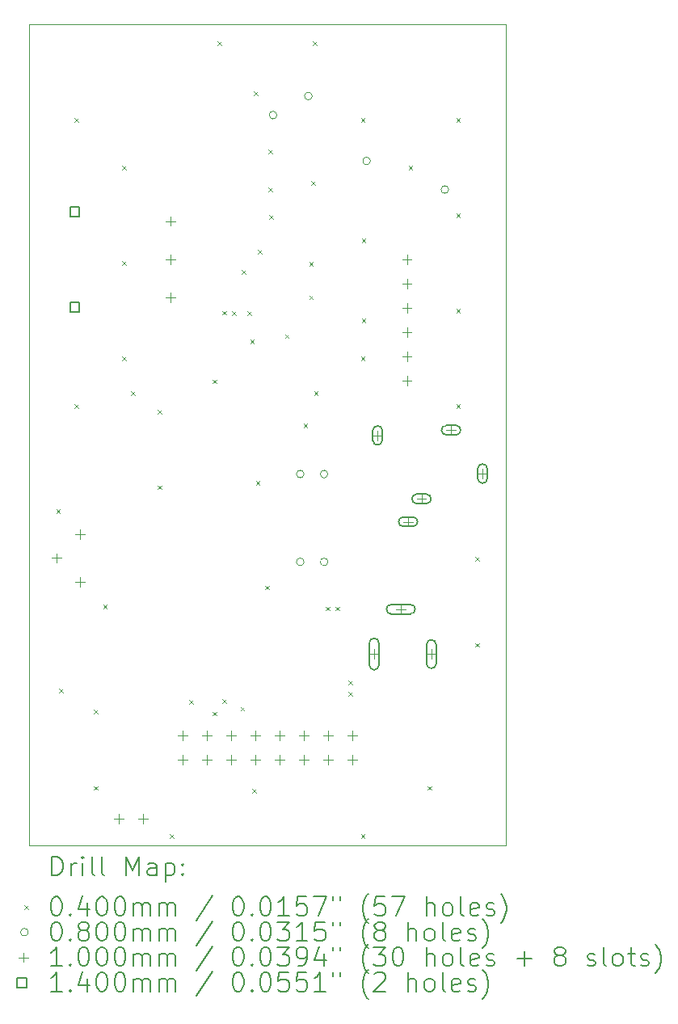
<source format=gbr>
%TF.GenerationSoftware,KiCad,Pcbnew,7.0.1*%
%TF.CreationDate,2023-04-12T14:42:22+09:00*%
%TF.ProjectId,KiCad-Si4735,4b694361-642d-4536-9934-3733352e6b69,rev?*%
%TF.SameCoordinates,PX6bc3e40PY88601c0*%
%TF.FileFunction,Drillmap*%
%TF.FilePolarity,Positive*%
%FSLAX45Y45*%
G04 Gerber Fmt 4.5, Leading zero omitted, Abs format (unit mm)*
G04 Created by KiCad (PCBNEW 7.0.1) date 2023-04-12 14:42:22*
%MOMM*%
%LPD*%
G01*
G04 APERTURE LIST*
%ADD10C,0.100000*%
%ADD11C,0.200000*%
%ADD12C,0.040000*%
%ADD13C,0.080000*%
%ADD14C,0.140000*%
G04 APERTURE END LIST*
D10*
X0Y8600000D02*
X5000000Y8600000D01*
X5000000Y0D01*
X0Y0D01*
X0Y8600000D01*
D11*
D12*
X290000Y3520000D02*
X330000Y3480000D01*
X330000Y3520000D02*
X290000Y3480000D01*
X320000Y1640000D02*
X360000Y1600000D01*
X360000Y1640000D02*
X320000Y1600000D01*
X480000Y7620000D02*
X520000Y7580000D01*
X520000Y7620000D02*
X480000Y7580000D01*
X480000Y4620000D02*
X520000Y4580000D01*
X520000Y4620000D02*
X480000Y4580000D01*
X680000Y1420000D02*
X720000Y1380000D01*
X720000Y1420000D02*
X680000Y1380000D01*
X680000Y620000D02*
X720000Y580000D01*
X720000Y620000D02*
X680000Y580000D01*
X780000Y2520000D02*
X820000Y2480000D01*
X820000Y2520000D02*
X780000Y2480000D01*
X980000Y7120000D02*
X1020000Y7080000D01*
X1020000Y7120000D02*
X980000Y7080000D01*
X980000Y6120000D02*
X1020000Y6080000D01*
X1020000Y6120000D02*
X980000Y6080000D01*
X980000Y5120000D02*
X1020000Y5080000D01*
X1020000Y5120000D02*
X980000Y5080000D01*
X1070000Y4760000D02*
X1110000Y4720000D01*
X1110000Y4760000D02*
X1070000Y4720000D01*
X1350000Y4560000D02*
X1390000Y4520000D01*
X1390000Y4560000D02*
X1350000Y4520000D01*
X1350000Y3770000D02*
X1390000Y3730000D01*
X1390000Y3770000D02*
X1350000Y3730000D01*
X1480000Y120000D02*
X1520000Y80000D01*
X1520000Y120000D02*
X1480000Y80000D01*
X1680000Y1520000D02*
X1720000Y1480000D01*
X1720000Y1520000D02*
X1680000Y1480000D01*
X1930000Y4880000D02*
X1970000Y4840000D01*
X1970000Y4880000D02*
X1930000Y4840000D01*
X1930000Y1400000D02*
X1970000Y1360000D01*
X1970000Y1400000D02*
X1930000Y1360000D01*
X1980000Y8420000D02*
X2020000Y8380000D01*
X2020000Y8420000D02*
X1980000Y8380000D01*
X2030000Y5600000D02*
X2070000Y5560000D01*
X2070000Y5600000D02*
X2030000Y5560000D01*
X2030000Y1530000D02*
X2070000Y1490000D01*
X2070000Y1530000D02*
X2030000Y1490000D01*
X2130050Y5595000D02*
X2170050Y5555000D01*
X2170050Y5595000D02*
X2130050Y5555000D01*
X2220000Y1450000D02*
X2260000Y1410000D01*
X2260000Y1450000D02*
X2220000Y1410000D01*
X2230000Y6030000D02*
X2270000Y5990000D01*
X2270000Y6030000D02*
X2230000Y5990000D01*
X2290000Y5595000D02*
X2330000Y5555000D01*
X2330000Y5595000D02*
X2290000Y5555000D01*
X2320000Y5300000D02*
X2360000Y5260000D01*
X2360000Y5300000D02*
X2320000Y5260000D01*
X2340000Y590000D02*
X2380000Y550000D01*
X2380000Y590000D02*
X2340000Y550000D01*
X2360000Y7900000D02*
X2400000Y7860000D01*
X2400000Y7900000D02*
X2360000Y7860000D01*
X2380000Y3820000D02*
X2420000Y3780000D01*
X2420000Y3820000D02*
X2380000Y3780000D01*
X2400000Y6240000D02*
X2440000Y6200000D01*
X2440000Y6240000D02*
X2400000Y6200000D01*
X2480000Y2720000D02*
X2520000Y2680000D01*
X2520000Y2720000D02*
X2480000Y2680000D01*
X2510000Y7290000D02*
X2550000Y7250000D01*
X2550000Y7290000D02*
X2510000Y7250000D01*
X2510000Y6890000D02*
X2550000Y6850000D01*
X2550000Y6890000D02*
X2510000Y6850000D01*
X2520000Y6600000D02*
X2560000Y6560000D01*
X2560000Y6600000D02*
X2520000Y6560000D01*
X2685000Y5355000D02*
X2725000Y5315000D01*
X2725000Y5355000D02*
X2685000Y5315000D01*
X2880000Y4420000D02*
X2920000Y4380000D01*
X2920000Y4420000D02*
X2880000Y4380000D01*
X2940000Y6110000D02*
X2980000Y6070000D01*
X2980000Y6110000D02*
X2940000Y6070000D01*
X2940000Y5760000D02*
X2980000Y5720000D01*
X2980000Y5760000D02*
X2940000Y5720000D01*
X2960000Y6960000D02*
X3000000Y6920000D01*
X3000000Y6960000D02*
X2960000Y6920000D01*
X2980000Y8420000D02*
X3020000Y8380000D01*
X3020000Y8420000D02*
X2980000Y8380000D01*
X2990000Y4760000D02*
X3030000Y4720000D01*
X3030000Y4760000D02*
X2990000Y4720000D01*
X3110000Y2500000D02*
X3150000Y2460000D01*
X3150000Y2500000D02*
X3110000Y2460000D01*
X3215000Y2500000D02*
X3255000Y2460000D01*
X3255000Y2500000D02*
X3215000Y2460000D01*
X3350000Y1725000D02*
X3390000Y1685000D01*
X3390000Y1725000D02*
X3350000Y1685000D01*
X3350000Y1610000D02*
X3390000Y1570000D01*
X3390000Y1610000D02*
X3350000Y1570000D01*
X3480000Y7620000D02*
X3520000Y7580000D01*
X3520000Y7620000D02*
X3480000Y7580000D01*
X3480000Y5120000D02*
X3520000Y5080000D01*
X3520000Y5120000D02*
X3480000Y5080000D01*
X3480000Y120000D02*
X3520000Y80000D01*
X3520000Y120000D02*
X3480000Y80000D01*
X3490000Y6360000D02*
X3530000Y6320000D01*
X3530000Y6360000D02*
X3490000Y6320000D01*
X3490000Y5520000D02*
X3530000Y5480000D01*
X3530000Y5520000D02*
X3490000Y5480000D01*
X3980000Y7120000D02*
X4020000Y7080000D01*
X4020000Y7120000D02*
X3980000Y7080000D01*
X4180000Y620000D02*
X4220000Y580000D01*
X4220000Y620000D02*
X4180000Y580000D01*
X4480000Y7620000D02*
X4520000Y7580000D01*
X4520000Y7620000D02*
X4480000Y7580000D01*
X4480000Y6620000D02*
X4520000Y6580000D01*
X4520000Y6620000D02*
X4480000Y6580000D01*
X4480000Y5620000D02*
X4520000Y5580000D01*
X4520000Y5620000D02*
X4480000Y5580000D01*
X4480000Y4620000D02*
X4520000Y4580000D01*
X4520000Y4620000D02*
X4480000Y4580000D01*
X4680000Y3020000D02*
X4720000Y2980000D01*
X4720000Y3020000D02*
X4680000Y2980000D01*
X4680000Y2120000D02*
X4720000Y2080000D01*
X4720000Y2120000D02*
X4680000Y2080000D01*
D13*
X2600000Y7650000D02*
G75*
G03*
X2600000Y7650000I-40000J0D01*
G01*
X2884735Y3890000D02*
G75*
G03*
X2884735Y3890000I-40000J0D01*
G01*
X2884735Y2970000D02*
G75*
G03*
X2884735Y2970000I-40000J0D01*
G01*
X2970000Y7850000D02*
G75*
G03*
X2970000Y7850000I-40000J0D01*
G01*
X3134735Y3890000D02*
G75*
G03*
X3134735Y3890000I-40000J0D01*
G01*
X3134735Y2970000D02*
G75*
G03*
X3134735Y2970000I-40000J0D01*
G01*
X3580000Y7170000D02*
G75*
G03*
X3580000Y7170000I-40000J0D01*
G01*
X4400000Y6870000D02*
G75*
G03*
X4400000Y6870000I-40000J0D01*
G01*
D10*
X290000Y3060000D02*
X290000Y2960000D01*
X240000Y3010000D02*
X340000Y3010000D01*
X540000Y3310000D02*
X540000Y3210000D01*
X490000Y3260000D02*
X590000Y3260000D01*
X540000Y2810000D02*
X540000Y2710000D01*
X490000Y2760000D02*
X590000Y2760000D01*
X943500Y332500D02*
X943500Y232500D01*
X893500Y282500D02*
X993500Y282500D01*
X1197500Y332500D02*
X1197500Y232500D01*
X1147500Y282500D02*
X1247500Y282500D01*
X1482500Y6590000D02*
X1482500Y6490000D01*
X1432500Y6540000D02*
X1532500Y6540000D01*
X1482500Y6190000D02*
X1482500Y6090000D01*
X1432500Y6140000D02*
X1532500Y6140000D01*
X1482500Y5790000D02*
X1482500Y5690000D01*
X1432500Y5740000D02*
X1532500Y5740000D01*
X1609500Y1204000D02*
X1609500Y1104000D01*
X1559500Y1154000D02*
X1659500Y1154000D01*
X1609500Y950000D02*
X1609500Y850000D01*
X1559500Y900000D02*
X1659500Y900000D01*
X1863500Y1204000D02*
X1863500Y1104000D01*
X1813500Y1154000D02*
X1913500Y1154000D01*
X1863500Y950000D02*
X1863500Y850000D01*
X1813500Y900000D02*
X1913500Y900000D01*
X2117500Y1204000D02*
X2117500Y1104000D01*
X2067500Y1154000D02*
X2167500Y1154000D01*
X2117500Y950000D02*
X2117500Y850000D01*
X2067500Y900000D02*
X2167500Y900000D01*
X2371500Y1204000D02*
X2371500Y1104000D01*
X2321500Y1154000D02*
X2421500Y1154000D01*
X2371500Y950000D02*
X2371500Y850000D01*
X2321500Y900000D02*
X2421500Y900000D01*
X2625500Y1204000D02*
X2625500Y1104000D01*
X2575500Y1154000D02*
X2675500Y1154000D01*
X2625500Y950000D02*
X2625500Y850000D01*
X2575500Y900000D02*
X2675500Y900000D01*
X2879500Y1204000D02*
X2879500Y1104000D01*
X2829500Y1154000D02*
X2929500Y1154000D01*
X2879500Y950000D02*
X2879500Y850000D01*
X2829500Y900000D02*
X2929500Y900000D01*
X3133500Y1204000D02*
X3133500Y1104000D01*
X3083500Y1154000D02*
X3183500Y1154000D01*
X3133500Y950000D02*
X3133500Y850000D01*
X3083500Y900000D02*
X3183500Y900000D01*
X3387500Y1204000D02*
X3387500Y1104000D01*
X3337500Y1154000D02*
X3437500Y1154000D01*
X3387500Y950000D02*
X3387500Y850000D01*
X3337500Y900000D02*
X3437500Y900000D01*
X3618750Y2054250D02*
X3618750Y1954250D01*
X3568750Y2004250D02*
X3668750Y2004250D01*
D11*
X3668750Y1889250D02*
X3668750Y2119250D01*
X3668750Y2119250D02*
G75*
G03*
X3568750Y2119250I-50000J0D01*
G01*
X3568750Y2119250D02*
X3568750Y1889250D01*
X3568750Y1889250D02*
G75*
G03*
X3668750Y1889250I50000J0D01*
G01*
D10*
X3655000Y4345000D02*
X3655000Y4245000D01*
X3605000Y4295000D02*
X3705000Y4295000D01*
D11*
X3705000Y4245000D02*
X3705000Y4345000D01*
X3705000Y4345000D02*
G75*
G03*
X3605000Y4345000I-50000J0D01*
G01*
X3605000Y4345000D02*
X3605000Y4245000D01*
X3605000Y4245000D02*
G75*
G03*
X3705000Y4245000I50000J0D01*
G01*
D10*
X3898750Y2524250D02*
X3898750Y2424250D01*
X3848750Y2474250D02*
X3948750Y2474250D01*
D11*
X3998750Y2524250D02*
X3798750Y2524250D01*
X3798750Y2524250D02*
G75*
G03*
X3798750Y2424250I0J-50000D01*
G01*
X3798750Y2424250D02*
X3998750Y2424250D01*
X3998750Y2424250D02*
G75*
G03*
X3998750Y2524250I0J50000D01*
G01*
D10*
X3962500Y6185000D02*
X3962500Y6085000D01*
X3912500Y6135000D02*
X4012500Y6135000D01*
X3962500Y5931000D02*
X3962500Y5831000D01*
X3912500Y5881000D02*
X4012500Y5881000D01*
X3962500Y5677000D02*
X3962500Y5577000D01*
X3912500Y5627000D02*
X4012500Y5627000D01*
X3962500Y5423000D02*
X3962500Y5323000D01*
X3912500Y5373000D02*
X4012500Y5373000D01*
X3962500Y5169000D02*
X3962500Y5069000D01*
X3912500Y5119000D02*
X4012500Y5119000D01*
X3962500Y4915000D02*
X3962500Y4815000D01*
X3912500Y4865000D02*
X4012500Y4865000D01*
X3975000Y3440000D02*
X3975000Y3340000D01*
X3925000Y3390000D02*
X4025000Y3390000D01*
D11*
X4025000Y3440000D02*
X3925000Y3440000D01*
X3925000Y3440000D02*
G75*
G03*
X3925000Y3340000I0J-50000D01*
G01*
X3925000Y3340000D02*
X4025000Y3340000D01*
X4025000Y3340000D02*
G75*
G03*
X4025000Y3440000I0J50000D01*
G01*
D10*
X4115000Y3680000D02*
X4115000Y3580000D01*
X4065000Y3630000D02*
X4165000Y3630000D01*
D11*
X4165000Y3680000D02*
X4065000Y3680000D01*
X4065000Y3680000D02*
G75*
G03*
X4065000Y3580000I0J-50000D01*
G01*
X4065000Y3580000D02*
X4165000Y3580000D01*
X4165000Y3580000D02*
G75*
G03*
X4165000Y3680000I0J50000D01*
G01*
D10*
X4218750Y2054250D02*
X4218750Y1954250D01*
X4168750Y2004250D02*
X4268750Y2004250D01*
D11*
X4268750Y1904250D02*
X4268750Y2104250D01*
X4268750Y2104250D02*
G75*
G03*
X4168750Y2104250I-50000J0D01*
G01*
X4168750Y2104250D02*
X4168750Y1904250D01*
X4168750Y1904250D02*
G75*
G03*
X4268750Y1904250I50000J0D01*
G01*
D10*
X4425000Y4400000D02*
X4425000Y4300000D01*
X4375000Y4350000D02*
X4475000Y4350000D01*
D11*
X4475000Y4400000D02*
X4375000Y4400000D01*
X4375000Y4400000D02*
G75*
G03*
X4375000Y4300000I0J-50000D01*
G01*
X4375000Y4300000D02*
X4475000Y4300000D01*
X4475000Y4300000D02*
G75*
G03*
X4475000Y4400000I0J50000D01*
G01*
D10*
X4755000Y3945000D02*
X4755000Y3845000D01*
X4705000Y3895000D02*
X4805000Y3895000D01*
D11*
X4805000Y3845000D02*
X4805000Y3945000D01*
X4805000Y3945000D02*
G75*
G03*
X4705000Y3945000I-50000J0D01*
G01*
X4705000Y3945000D02*
X4705000Y3845000D01*
X4705000Y3845000D02*
G75*
G03*
X4805000Y3845000I50000J0D01*
G01*
D14*
X531998Y6590502D02*
X531998Y6689498D01*
X433002Y6689498D01*
X433002Y6590502D01*
X531998Y6590502D01*
X531998Y5590502D02*
X531998Y5689498D01*
X433002Y5689498D01*
X433002Y5590502D01*
X531998Y5590502D01*
D11*
X242619Y-317524D02*
X242619Y-117524D01*
X242619Y-117524D02*
X290238Y-117524D01*
X290238Y-117524D02*
X318810Y-127048D01*
X318810Y-127048D02*
X337857Y-146095D01*
X337857Y-146095D02*
X347381Y-165143D01*
X347381Y-165143D02*
X356905Y-203238D01*
X356905Y-203238D02*
X356905Y-231809D01*
X356905Y-231809D02*
X347381Y-269905D01*
X347381Y-269905D02*
X337857Y-288952D01*
X337857Y-288952D02*
X318810Y-308000D01*
X318810Y-308000D02*
X290238Y-317524D01*
X290238Y-317524D02*
X242619Y-317524D01*
X442619Y-317524D02*
X442619Y-184190D01*
X442619Y-222286D02*
X452143Y-203238D01*
X452143Y-203238D02*
X461667Y-193714D01*
X461667Y-193714D02*
X480714Y-184190D01*
X480714Y-184190D02*
X499762Y-184190D01*
X566429Y-317524D02*
X566429Y-184190D01*
X566429Y-117524D02*
X556905Y-127048D01*
X556905Y-127048D02*
X566429Y-136571D01*
X566429Y-136571D02*
X575952Y-127048D01*
X575952Y-127048D02*
X566429Y-117524D01*
X566429Y-117524D02*
X566429Y-136571D01*
X690238Y-317524D02*
X671190Y-308000D01*
X671190Y-308000D02*
X661667Y-288952D01*
X661667Y-288952D02*
X661667Y-117524D01*
X795000Y-317524D02*
X775952Y-308000D01*
X775952Y-308000D02*
X766428Y-288952D01*
X766428Y-288952D02*
X766428Y-117524D01*
X1023571Y-317524D02*
X1023571Y-117524D01*
X1023571Y-117524D02*
X1090238Y-260381D01*
X1090238Y-260381D02*
X1156905Y-117524D01*
X1156905Y-117524D02*
X1156905Y-317524D01*
X1337857Y-317524D02*
X1337857Y-212762D01*
X1337857Y-212762D02*
X1328333Y-193714D01*
X1328333Y-193714D02*
X1309286Y-184190D01*
X1309286Y-184190D02*
X1271190Y-184190D01*
X1271190Y-184190D02*
X1252143Y-193714D01*
X1337857Y-308000D02*
X1318810Y-317524D01*
X1318810Y-317524D02*
X1271190Y-317524D01*
X1271190Y-317524D02*
X1252143Y-308000D01*
X1252143Y-308000D02*
X1242619Y-288952D01*
X1242619Y-288952D02*
X1242619Y-269905D01*
X1242619Y-269905D02*
X1252143Y-250857D01*
X1252143Y-250857D02*
X1271190Y-241333D01*
X1271190Y-241333D02*
X1318810Y-241333D01*
X1318810Y-241333D02*
X1337857Y-231809D01*
X1433095Y-184190D02*
X1433095Y-384190D01*
X1433095Y-193714D02*
X1452143Y-184190D01*
X1452143Y-184190D02*
X1490238Y-184190D01*
X1490238Y-184190D02*
X1509286Y-193714D01*
X1509286Y-193714D02*
X1518809Y-203238D01*
X1518809Y-203238D02*
X1528333Y-222286D01*
X1528333Y-222286D02*
X1528333Y-279429D01*
X1528333Y-279429D02*
X1518809Y-298476D01*
X1518809Y-298476D02*
X1509286Y-308000D01*
X1509286Y-308000D02*
X1490238Y-317524D01*
X1490238Y-317524D02*
X1452143Y-317524D01*
X1452143Y-317524D02*
X1433095Y-308000D01*
X1614048Y-298476D02*
X1623571Y-308000D01*
X1623571Y-308000D02*
X1614048Y-317524D01*
X1614048Y-317524D02*
X1604524Y-308000D01*
X1604524Y-308000D02*
X1614048Y-298476D01*
X1614048Y-298476D02*
X1614048Y-317524D01*
X1614048Y-193714D02*
X1623571Y-203238D01*
X1623571Y-203238D02*
X1614048Y-212762D01*
X1614048Y-212762D02*
X1604524Y-203238D01*
X1604524Y-203238D02*
X1614048Y-193714D01*
X1614048Y-193714D02*
X1614048Y-212762D01*
D12*
X-45000Y-625000D02*
X-5000Y-665000D01*
X-5000Y-625000D02*
X-45000Y-665000D01*
D11*
X280714Y-537524D02*
X299762Y-537524D01*
X299762Y-537524D02*
X318810Y-547048D01*
X318810Y-547048D02*
X328333Y-556571D01*
X328333Y-556571D02*
X337857Y-575619D01*
X337857Y-575619D02*
X347381Y-613714D01*
X347381Y-613714D02*
X347381Y-661333D01*
X347381Y-661333D02*
X337857Y-699428D01*
X337857Y-699428D02*
X328333Y-718476D01*
X328333Y-718476D02*
X318810Y-728000D01*
X318810Y-728000D02*
X299762Y-737524D01*
X299762Y-737524D02*
X280714Y-737524D01*
X280714Y-737524D02*
X261667Y-728000D01*
X261667Y-728000D02*
X252143Y-718476D01*
X252143Y-718476D02*
X242619Y-699428D01*
X242619Y-699428D02*
X233095Y-661333D01*
X233095Y-661333D02*
X233095Y-613714D01*
X233095Y-613714D02*
X242619Y-575619D01*
X242619Y-575619D02*
X252143Y-556571D01*
X252143Y-556571D02*
X261667Y-547048D01*
X261667Y-547048D02*
X280714Y-537524D01*
X433095Y-718476D02*
X442619Y-728000D01*
X442619Y-728000D02*
X433095Y-737524D01*
X433095Y-737524D02*
X423571Y-728000D01*
X423571Y-728000D02*
X433095Y-718476D01*
X433095Y-718476D02*
X433095Y-737524D01*
X614048Y-604190D02*
X614048Y-737524D01*
X566429Y-528000D02*
X518809Y-670857D01*
X518809Y-670857D02*
X642619Y-670857D01*
X756905Y-537524D02*
X775952Y-537524D01*
X775952Y-537524D02*
X795000Y-547048D01*
X795000Y-547048D02*
X804524Y-556571D01*
X804524Y-556571D02*
X814048Y-575619D01*
X814048Y-575619D02*
X823571Y-613714D01*
X823571Y-613714D02*
X823571Y-661333D01*
X823571Y-661333D02*
X814048Y-699428D01*
X814048Y-699428D02*
X804524Y-718476D01*
X804524Y-718476D02*
X795000Y-728000D01*
X795000Y-728000D02*
X775952Y-737524D01*
X775952Y-737524D02*
X756905Y-737524D01*
X756905Y-737524D02*
X737857Y-728000D01*
X737857Y-728000D02*
X728333Y-718476D01*
X728333Y-718476D02*
X718809Y-699428D01*
X718809Y-699428D02*
X709286Y-661333D01*
X709286Y-661333D02*
X709286Y-613714D01*
X709286Y-613714D02*
X718809Y-575619D01*
X718809Y-575619D02*
X728333Y-556571D01*
X728333Y-556571D02*
X737857Y-547048D01*
X737857Y-547048D02*
X756905Y-537524D01*
X947381Y-537524D02*
X966429Y-537524D01*
X966429Y-537524D02*
X985476Y-547048D01*
X985476Y-547048D02*
X995000Y-556571D01*
X995000Y-556571D02*
X1004524Y-575619D01*
X1004524Y-575619D02*
X1014048Y-613714D01*
X1014048Y-613714D02*
X1014048Y-661333D01*
X1014048Y-661333D02*
X1004524Y-699428D01*
X1004524Y-699428D02*
X995000Y-718476D01*
X995000Y-718476D02*
X985476Y-728000D01*
X985476Y-728000D02*
X966429Y-737524D01*
X966429Y-737524D02*
X947381Y-737524D01*
X947381Y-737524D02*
X928333Y-728000D01*
X928333Y-728000D02*
X918809Y-718476D01*
X918809Y-718476D02*
X909286Y-699428D01*
X909286Y-699428D02*
X899762Y-661333D01*
X899762Y-661333D02*
X899762Y-613714D01*
X899762Y-613714D02*
X909286Y-575619D01*
X909286Y-575619D02*
X918809Y-556571D01*
X918809Y-556571D02*
X928333Y-547048D01*
X928333Y-547048D02*
X947381Y-537524D01*
X1099762Y-737524D02*
X1099762Y-604190D01*
X1099762Y-623238D02*
X1109286Y-613714D01*
X1109286Y-613714D02*
X1128333Y-604190D01*
X1128333Y-604190D02*
X1156905Y-604190D01*
X1156905Y-604190D02*
X1175952Y-613714D01*
X1175952Y-613714D02*
X1185476Y-632762D01*
X1185476Y-632762D02*
X1185476Y-737524D01*
X1185476Y-632762D02*
X1195000Y-613714D01*
X1195000Y-613714D02*
X1214048Y-604190D01*
X1214048Y-604190D02*
X1242619Y-604190D01*
X1242619Y-604190D02*
X1261667Y-613714D01*
X1261667Y-613714D02*
X1271191Y-632762D01*
X1271191Y-632762D02*
X1271191Y-737524D01*
X1366429Y-737524D02*
X1366429Y-604190D01*
X1366429Y-623238D02*
X1375952Y-613714D01*
X1375952Y-613714D02*
X1395000Y-604190D01*
X1395000Y-604190D02*
X1423571Y-604190D01*
X1423571Y-604190D02*
X1442619Y-613714D01*
X1442619Y-613714D02*
X1452143Y-632762D01*
X1452143Y-632762D02*
X1452143Y-737524D01*
X1452143Y-632762D02*
X1461667Y-613714D01*
X1461667Y-613714D02*
X1480714Y-604190D01*
X1480714Y-604190D02*
X1509286Y-604190D01*
X1509286Y-604190D02*
X1528333Y-613714D01*
X1528333Y-613714D02*
X1537857Y-632762D01*
X1537857Y-632762D02*
X1537857Y-737524D01*
X1928333Y-528000D02*
X1756905Y-785143D01*
X2185476Y-537524D02*
X2204524Y-537524D01*
X2204524Y-537524D02*
X2223572Y-547048D01*
X2223572Y-547048D02*
X2233095Y-556571D01*
X2233095Y-556571D02*
X2242619Y-575619D01*
X2242619Y-575619D02*
X2252143Y-613714D01*
X2252143Y-613714D02*
X2252143Y-661333D01*
X2252143Y-661333D02*
X2242619Y-699428D01*
X2242619Y-699428D02*
X2233095Y-718476D01*
X2233095Y-718476D02*
X2223572Y-728000D01*
X2223572Y-728000D02*
X2204524Y-737524D01*
X2204524Y-737524D02*
X2185476Y-737524D01*
X2185476Y-737524D02*
X2166429Y-728000D01*
X2166429Y-728000D02*
X2156905Y-718476D01*
X2156905Y-718476D02*
X2147381Y-699428D01*
X2147381Y-699428D02*
X2137857Y-661333D01*
X2137857Y-661333D02*
X2137857Y-613714D01*
X2137857Y-613714D02*
X2147381Y-575619D01*
X2147381Y-575619D02*
X2156905Y-556571D01*
X2156905Y-556571D02*
X2166429Y-547048D01*
X2166429Y-547048D02*
X2185476Y-537524D01*
X2337857Y-718476D02*
X2347381Y-728000D01*
X2347381Y-728000D02*
X2337857Y-737524D01*
X2337857Y-737524D02*
X2328334Y-728000D01*
X2328334Y-728000D02*
X2337857Y-718476D01*
X2337857Y-718476D02*
X2337857Y-737524D01*
X2471191Y-537524D02*
X2490238Y-537524D01*
X2490238Y-537524D02*
X2509286Y-547048D01*
X2509286Y-547048D02*
X2518810Y-556571D01*
X2518810Y-556571D02*
X2528334Y-575619D01*
X2528334Y-575619D02*
X2537857Y-613714D01*
X2537857Y-613714D02*
X2537857Y-661333D01*
X2537857Y-661333D02*
X2528334Y-699428D01*
X2528334Y-699428D02*
X2518810Y-718476D01*
X2518810Y-718476D02*
X2509286Y-728000D01*
X2509286Y-728000D02*
X2490238Y-737524D01*
X2490238Y-737524D02*
X2471191Y-737524D01*
X2471191Y-737524D02*
X2452143Y-728000D01*
X2452143Y-728000D02*
X2442619Y-718476D01*
X2442619Y-718476D02*
X2433095Y-699428D01*
X2433095Y-699428D02*
X2423572Y-661333D01*
X2423572Y-661333D02*
X2423572Y-613714D01*
X2423572Y-613714D02*
X2433095Y-575619D01*
X2433095Y-575619D02*
X2442619Y-556571D01*
X2442619Y-556571D02*
X2452143Y-547048D01*
X2452143Y-547048D02*
X2471191Y-537524D01*
X2728334Y-737524D02*
X2614048Y-737524D01*
X2671191Y-737524D02*
X2671191Y-537524D01*
X2671191Y-537524D02*
X2652143Y-566095D01*
X2652143Y-566095D02*
X2633095Y-585143D01*
X2633095Y-585143D02*
X2614048Y-594667D01*
X2909286Y-537524D02*
X2814048Y-537524D01*
X2814048Y-537524D02*
X2804524Y-632762D01*
X2804524Y-632762D02*
X2814048Y-623238D01*
X2814048Y-623238D02*
X2833095Y-613714D01*
X2833095Y-613714D02*
X2880714Y-613714D01*
X2880714Y-613714D02*
X2899762Y-623238D01*
X2899762Y-623238D02*
X2909286Y-632762D01*
X2909286Y-632762D02*
X2918810Y-651810D01*
X2918810Y-651810D02*
X2918810Y-699428D01*
X2918810Y-699428D02*
X2909286Y-718476D01*
X2909286Y-718476D02*
X2899762Y-728000D01*
X2899762Y-728000D02*
X2880714Y-737524D01*
X2880714Y-737524D02*
X2833095Y-737524D01*
X2833095Y-737524D02*
X2814048Y-728000D01*
X2814048Y-728000D02*
X2804524Y-718476D01*
X2985476Y-537524D02*
X3118810Y-537524D01*
X3118810Y-537524D02*
X3033095Y-737524D01*
X3185476Y-537524D02*
X3185476Y-575619D01*
X3261667Y-537524D02*
X3261667Y-575619D01*
X3556905Y-813714D02*
X3547381Y-804190D01*
X3547381Y-804190D02*
X3528334Y-775619D01*
X3528334Y-775619D02*
X3518810Y-756571D01*
X3518810Y-756571D02*
X3509286Y-728000D01*
X3509286Y-728000D02*
X3499762Y-680381D01*
X3499762Y-680381D02*
X3499762Y-642286D01*
X3499762Y-642286D02*
X3509286Y-594667D01*
X3509286Y-594667D02*
X3518810Y-566095D01*
X3518810Y-566095D02*
X3528334Y-547048D01*
X3528334Y-547048D02*
X3547381Y-518476D01*
X3547381Y-518476D02*
X3556905Y-508952D01*
X3728334Y-537524D02*
X3633095Y-537524D01*
X3633095Y-537524D02*
X3623572Y-632762D01*
X3623572Y-632762D02*
X3633095Y-623238D01*
X3633095Y-623238D02*
X3652143Y-613714D01*
X3652143Y-613714D02*
X3699762Y-613714D01*
X3699762Y-613714D02*
X3718810Y-623238D01*
X3718810Y-623238D02*
X3728334Y-632762D01*
X3728334Y-632762D02*
X3737857Y-651810D01*
X3737857Y-651810D02*
X3737857Y-699428D01*
X3737857Y-699428D02*
X3728334Y-718476D01*
X3728334Y-718476D02*
X3718810Y-728000D01*
X3718810Y-728000D02*
X3699762Y-737524D01*
X3699762Y-737524D02*
X3652143Y-737524D01*
X3652143Y-737524D02*
X3633095Y-728000D01*
X3633095Y-728000D02*
X3623572Y-718476D01*
X3804524Y-537524D02*
X3937857Y-537524D01*
X3937857Y-537524D02*
X3852143Y-737524D01*
X4166429Y-737524D02*
X4166429Y-537524D01*
X4252143Y-737524D02*
X4252143Y-632762D01*
X4252143Y-632762D02*
X4242619Y-613714D01*
X4242619Y-613714D02*
X4223572Y-604190D01*
X4223572Y-604190D02*
X4195000Y-604190D01*
X4195000Y-604190D02*
X4175953Y-613714D01*
X4175953Y-613714D02*
X4166429Y-623238D01*
X4375953Y-737524D02*
X4356905Y-728000D01*
X4356905Y-728000D02*
X4347381Y-718476D01*
X4347381Y-718476D02*
X4337858Y-699428D01*
X4337858Y-699428D02*
X4337858Y-642286D01*
X4337858Y-642286D02*
X4347381Y-623238D01*
X4347381Y-623238D02*
X4356905Y-613714D01*
X4356905Y-613714D02*
X4375953Y-604190D01*
X4375953Y-604190D02*
X4404524Y-604190D01*
X4404524Y-604190D02*
X4423572Y-613714D01*
X4423572Y-613714D02*
X4433096Y-623238D01*
X4433096Y-623238D02*
X4442619Y-642286D01*
X4442619Y-642286D02*
X4442619Y-699428D01*
X4442619Y-699428D02*
X4433096Y-718476D01*
X4433096Y-718476D02*
X4423572Y-728000D01*
X4423572Y-728000D02*
X4404524Y-737524D01*
X4404524Y-737524D02*
X4375953Y-737524D01*
X4556905Y-737524D02*
X4537858Y-728000D01*
X4537858Y-728000D02*
X4528334Y-708952D01*
X4528334Y-708952D02*
X4528334Y-537524D01*
X4709286Y-728000D02*
X4690239Y-737524D01*
X4690239Y-737524D02*
X4652143Y-737524D01*
X4652143Y-737524D02*
X4633096Y-728000D01*
X4633096Y-728000D02*
X4623572Y-708952D01*
X4623572Y-708952D02*
X4623572Y-632762D01*
X4623572Y-632762D02*
X4633096Y-613714D01*
X4633096Y-613714D02*
X4652143Y-604190D01*
X4652143Y-604190D02*
X4690239Y-604190D01*
X4690239Y-604190D02*
X4709286Y-613714D01*
X4709286Y-613714D02*
X4718810Y-632762D01*
X4718810Y-632762D02*
X4718810Y-651810D01*
X4718810Y-651810D02*
X4623572Y-670857D01*
X4795000Y-728000D02*
X4814048Y-737524D01*
X4814048Y-737524D02*
X4852143Y-737524D01*
X4852143Y-737524D02*
X4871191Y-728000D01*
X4871191Y-728000D02*
X4880715Y-708952D01*
X4880715Y-708952D02*
X4880715Y-699428D01*
X4880715Y-699428D02*
X4871191Y-680381D01*
X4871191Y-680381D02*
X4852143Y-670857D01*
X4852143Y-670857D02*
X4823572Y-670857D01*
X4823572Y-670857D02*
X4804524Y-661333D01*
X4804524Y-661333D02*
X4795000Y-642286D01*
X4795000Y-642286D02*
X4795000Y-632762D01*
X4795000Y-632762D02*
X4804524Y-613714D01*
X4804524Y-613714D02*
X4823572Y-604190D01*
X4823572Y-604190D02*
X4852143Y-604190D01*
X4852143Y-604190D02*
X4871191Y-613714D01*
X4947381Y-813714D02*
X4956905Y-804190D01*
X4956905Y-804190D02*
X4975953Y-775619D01*
X4975953Y-775619D02*
X4985477Y-756571D01*
X4985477Y-756571D02*
X4995000Y-728000D01*
X4995000Y-728000D02*
X5004524Y-680381D01*
X5004524Y-680381D02*
X5004524Y-642286D01*
X5004524Y-642286D02*
X4995000Y-594667D01*
X4995000Y-594667D02*
X4985477Y-566095D01*
X4985477Y-566095D02*
X4975953Y-547048D01*
X4975953Y-547048D02*
X4956905Y-518476D01*
X4956905Y-518476D02*
X4947381Y-508952D01*
D13*
X-5000Y-909000D02*
G75*
G03*
X-5000Y-909000I-40000J0D01*
G01*
D11*
X280714Y-801524D02*
X299762Y-801524D01*
X299762Y-801524D02*
X318810Y-811048D01*
X318810Y-811048D02*
X328333Y-820571D01*
X328333Y-820571D02*
X337857Y-839619D01*
X337857Y-839619D02*
X347381Y-877714D01*
X347381Y-877714D02*
X347381Y-925333D01*
X347381Y-925333D02*
X337857Y-963428D01*
X337857Y-963428D02*
X328333Y-982476D01*
X328333Y-982476D02*
X318810Y-992000D01*
X318810Y-992000D02*
X299762Y-1001524D01*
X299762Y-1001524D02*
X280714Y-1001524D01*
X280714Y-1001524D02*
X261667Y-992000D01*
X261667Y-992000D02*
X252143Y-982476D01*
X252143Y-982476D02*
X242619Y-963428D01*
X242619Y-963428D02*
X233095Y-925333D01*
X233095Y-925333D02*
X233095Y-877714D01*
X233095Y-877714D02*
X242619Y-839619D01*
X242619Y-839619D02*
X252143Y-820571D01*
X252143Y-820571D02*
X261667Y-811048D01*
X261667Y-811048D02*
X280714Y-801524D01*
X433095Y-982476D02*
X442619Y-992000D01*
X442619Y-992000D02*
X433095Y-1001524D01*
X433095Y-1001524D02*
X423571Y-992000D01*
X423571Y-992000D02*
X433095Y-982476D01*
X433095Y-982476D02*
X433095Y-1001524D01*
X556905Y-887238D02*
X537857Y-877714D01*
X537857Y-877714D02*
X528333Y-868190D01*
X528333Y-868190D02*
X518809Y-849143D01*
X518809Y-849143D02*
X518809Y-839619D01*
X518809Y-839619D02*
X528333Y-820571D01*
X528333Y-820571D02*
X537857Y-811048D01*
X537857Y-811048D02*
X556905Y-801524D01*
X556905Y-801524D02*
X595000Y-801524D01*
X595000Y-801524D02*
X614048Y-811048D01*
X614048Y-811048D02*
X623571Y-820571D01*
X623571Y-820571D02*
X633095Y-839619D01*
X633095Y-839619D02*
X633095Y-849143D01*
X633095Y-849143D02*
X623571Y-868190D01*
X623571Y-868190D02*
X614048Y-877714D01*
X614048Y-877714D02*
X595000Y-887238D01*
X595000Y-887238D02*
X556905Y-887238D01*
X556905Y-887238D02*
X537857Y-896762D01*
X537857Y-896762D02*
X528333Y-906286D01*
X528333Y-906286D02*
X518809Y-925333D01*
X518809Y-925333D02*
X518809Y-963428D01*
X518809Y-963428D02*
X528333Y-982476D01*
X528333Y-982476D02*
X537857Y-992000D01*
X537857Y-992000D02*
X556905Y-1001524D01*
X556905Y-1001524D02*
X595000Y-1001524D01*
X595000Y-1001524D02*
X614048Y-992000D01*
X614048Y-992000D02*
X623571Y-982476D01*
X623571Y-982476D02*
X633095Y-963428D01*
X633095Y-963428D02*
X633095Y-925333D01*
X633095Y-925333D02*
X623571Y-906286D01*
X623571Y-906286D02*
X614048Y-896762D01*
X614048Y-896762D02*
X595000Y-887238D01*
X756905Y-801524D02*
X775952Y-801524D01*
X775952Y-801524D02*
X795000Y-811048D01*
X795000Y-811048D02*
X804524Y-820571D01*
X804524Y-820571D02*
X814048Y-839619D01*
X814048Y-839619D02*
X823571Y-877714D01*
X823571Y-877714D02*
X823571Y-925333D01*
X823571Y-925333D02*
X814048Y-963428D01*
X814048Y-963428D02*
X804524Y-982476D01*
X804524Y-982476D02*
X795000Y-992000D01*
X795000Y-992000D02*
X775952Y-1001524D01*
X775952Y-1001524D02*
X756905Y-1001524D01*
X756905Y-1001524D02*
X737857Y-992000D01*
X737857Y-992000D02*
X728333Y-982476D01*
X728333Y-982476D02*
X718809Y-963428D01*
X718809Y-963428D02*
X709286Y-925333D01*
X709286Y-925333D02*
X709286Y-877714D01*
X709286Y-877714D02*
X718809Y-839619D01*
X718809Y-839619D02*
X728333Y-820571D01*
X728333Y-820571D02*
X737857Y-811048D01*
X737857Y-811048D02*
X756905Y-801524D01*
X947381Y-801524D02*
X966429Y-801524D01*
X966429Y-801524D02*
X985476Y-811048D01*
X985476Y-811048D02*
X995000Y-820571D01*
X995000Y-820571D02*
X1004524Y-839619D01*
X1004524Y-839619D02*
X1014048Y-877714D01*
X1014048Y-877714D02*
X1014048Y-925333D01*
X1014048Y-925333D02*
X1004524Y-963428D01*
X1004524Y-963428D02*
X995000Y-982476D01*
X995000Y-982476D02*
X985476Y-992000D01*
X985476Y-992000D02*
X966429Y-1001524D01*
X966429Y-1001524D02*
X947381Y-1001524D01*
X947381Y-1001524D02*
X928333Y-992000D01*
X928333Y-992000D02*
X918809Y-982476D01*
X918809Y-982476D02*
X909286Y-963428D01*
X909286Y-963428D02*
X899762Y-925333D01*
X899762Y-925333D02*
X899762Y-877714D01*
X899762Y-877714D02*
X909286Y-839619D01*
X909286Y-839619D02*
X918809Y-820571D01*
X918809Y-820571D02*
X928333Y-811048D01*
X928333Y-811048D02*
X947381Y-801524D01*
X1099762Y-1001524D02*
X1099762Y-868190D01*
X1099762Y-887238D02*
X1109286Y-877714D01*
X1109286Y-877714D02*
X1128333Y-868190D01*
X1128333Y-868190D02*
X1156905Y-868190D01*
X1156905Y-868190D02*
X1175952Y-877714D01*
X1175952Y-877714D02*
X1185476Y-896762D01*
X1185476Y-896762D02*
X1185476Y-1001524D01*
X1185476Y-896762D02*
X1195000Y-877714D01*
X1195000Y-877714D02*
X1214048Y-868190D01*
X1214048Y-868190D02*
X1242619Y-868190D01*
X1242619Y-868190D02*
X1261667Y-877714D01*
X1261667Y-877714D02*
X1271191Y-896762D01*
X1271191Y-896762D02*
X1271191Y-1001524D01*
X1366429Y-1001524D02*
X1366429Y-868190D01*
X1366429Y-887238D02*
X1375952Y-877714D01*
X1375952Y-877714D02*
X1395000Y-868190D01*
X1395000Y-868190D02*
X1423571Y-868190D01*
X1423571Y-868190D02*
X1442619Y-877714D01*
X1442619Y-877714D02*
X1452143Y-896762D01*
X1452143Y-896762D02*
X1452143Y-1001524D01*
X1452143Y-896762D02*
X1461667Y-877714D01*
X1461667Y-877714D02*
X1480714Y-868190D01*
X1480714Y-868190D02*
X1509286Y-868190D01*
X1509286Y-868190D02*
X1528333Y-877714D01*
X1528333Y-877714D02*
X1537857Y-896762D01*
X1537857Y-896762D02*
X1537857Y-1001524D01*
X1928333Y-792000D02*
X1756905Y-1049143D01*
X2185476Y-801524D02*
X2204524Y-801524D01*
X2204524Y-801524D02*
X2223572Y-811048D01*
X2223572Y-811048D02*
X2233095Y-820571D01*
X2233095Y-820571D02*
X2242619Y-839619D01*
X2242619Y-839619D02*
X2252143Y-877714D01*
X2252143Y-877714D02*
X2252143Y-925333D01*
X2252143Y-925333D02*
X2242619Y-963428D01*
X2242619Y-963428D02*
X2233095Y-982476D01*
X2233095Y-982476D02*
X2223572Y-992000D01*
X2223572Y-992000D02*
X2204524Y-1001524D01*
X2204524Y-1001524D02*
X2185476Y-1001524D01*
X2185476Y-1001524D02*
X2166429Y-992000D01*
X2166429Y-992000D02*
X2156905Y-982476D01*
X2156905Y-982476D02*
X2147381Y-963428D01*
X2147381Y-963428D02*
X2137857Y-925333D01*
X2137857Y-925333D02*
X2137857Y-877714D01*
X2137857Y-877714D02*
X2147381Y-839619D01*
X2147381Y-839619D02*
X2156905Y-820571D01*
X2156905Y-820571D02*
X2166429Y-811048D01*
X2166429Y-811048D02*
X2185476Y-801524D01*
X2337857Y-982476D02*
X2347381Y-992000D01*
X2347381Y-992000D02*
X2337857Y-1001524D01*
X2337857Y-1001524D02*
X2328334Y-992000D01*
X2328334Y-992000D02*
X2337857Y-982476D01*
X2337857Y-982476D02*
X2337857Y-1001524D01*
X2471191Y-801524D02*
X2490238Y-801524D01*
X2490238Y-801524D02*
X2509286Y-811048D01*
X2509286Y-811048D02*
X2518810Y-820571D01*
X2518810Y-820571D02*
X2528334Y-839619D01*
X2528334Y-839619D02*
X2537857Y-877714D01*
X2537857Y-877714D02*
X2537857Y-925333D01*
X2537857Y-925333D02*
X2528334Y-963428D01*
X2528334Y-963428D02*
X2518810Y-982476D01*
X2518810Y-982476D02*
X2509286Y-992000D01*
X2509286Y-992000D02*
X2490238Y-1001524D01*
X2490238Y-1001524D02*
X2471191Y-1001524D01*
X2471191Y-1001524D02*
X2452143Y-992000D01*
X2452143Y-992000D02*
X2442619Y-982476D01*
X2442619Y-982476D02*
X2433095Y-963428D01*
X2433095Y-963428D02*
X2423572Y-925333D01*
X2423572Y-925333D02*
X2423572Y-877714D01*
X2423572Y-877714D02*
X2433095Y-839619D01*
X2433095Y-839619D02*
X2442619Y-820571D01*
X2442619Y-820571D02*
X2452143Y-811048D01*
X2452143Y-811048D02*
X2471191Y-801524D01*
X2604524Y-801524D02*
X2728334Y-801524D01*
X2728334Y-801524D02*
X2661667Y-877714D01*
X2661667Y-877714D02*
X2690238Y-877714D01*
X2690238Y-877714D02*
X2709286Y-887238D01*
X2709286Y-887238D02*
X2718810Y-896762D01*
X2718810Y-896762D02*
X2728334Y-915809D01*
X2728334Y-915809D02*
X2728334Y-963428D01*
X2728334Y-963428D02*
X2718810Y-982476D01*
X2718810Y-982476D02*
X2709286Y-992000D01*
X2709286Y-992000D02*
X2690238Y-1001524D01*
X2690238Y-1001524D02*
X2633095Y-1001524D01*
X2633095Y-1001524D02*
X2614048Y-992000D01*
X2614048Y-992000D02*
X2604524Y-982476D01*
X2918810Y-1001524D02*
X2804524Y-1001524D01*
X2861667Y-1001524D02*
X2861667Y-801524D01*
X2861667Y-801524D02*
X2842619Y-830095D01*
X2842619Y-830095D02*
X2823572Y-849143D01*
X2823572Y-849143D02*
X2804524Y-858667D01*
X3099762Y-801524D02*
X3004524Y-801524D01*
X3004524Y-801524D02*
X2995000Y-896762D01*
X2995000Y-896762D02*
X3004524Y-887238D01*
X3004524Y-887238D02*
X3023572Y-877714D01*
X3023572Y-877714D02*
X3071191Y-877714D01*
X3071191Y-877714D02*
X3090238Y-887238D01*
X3090238Y-887238D02*
X3099762Y-896762D01*
X3099762Y-896762D02*
X3109286Y-915809D01*
X3109286Y-915809D02*
X3109286Y-963428D01*
X3109286Y-963428D02*
X3099762Y-982476D01*
X3099762Y-982476D02*
X3090238Y-992000D01*
X3090238Y-992000D02*
X3071191Y-1001524D01*
X3071191Y-1001524D02*
X3023572Y-1001524D01*
X3023572Y-1001524D02*
X3004524Y-992000D01*
X3004524Y-992000D02*
X2995000Y-982476D01*
X3185476Y-801524D02*
X3185476Y-839619D01*
X3261667Y-801524D02*
X3261667Y-839619D01*
X3556905Y-1077714D02*
X3547381Y-1068190D01*
X3547381Y-1068190D02*
X3528334Y-1039619D01*
X3528334Y-1039619D02*
X3518810Y-1020571D01*
X3518810Y-1020571D02*
X3509286Y-992000D01*
X3509286Y-992000D02*
X3499762Y-944381D01*
X3499762Y-944381D02*
X3499762Y-906286D01*
X3499762Y-906286D02*
X3509286Y-858667D01*
X3509286Y-858667D02*
X3518810Y-830095D01*
X3518810Y-830095D02*
X3528334Y-811048D01*
X3528334Y-811048D02*
X3547381Y-782476D01*
X3547381Y-782476D02*
X3556905Y-772952D01*
X3661667Y-887238D02*
X3642619Y-877714D01*
X3642619Y-877714D02*
X3633095Y-868190D01*
X3633095Y-868190D02*
X3623572Y-849143D01*
X3623572Y-849143D02*
X3623572Y-839619D01*
X3623572Y-839619D02*
X3633095Y-820571D01*
X3633095Y-820571D02*
X3642619Y-811048D01*
X3642619Y-811048D02*
X3661667Y-801524D01*
X3661667Y-801524D02*
X3699762Y-801524D01*
X3699762Y-801524D02*
X3718810Y-811048D01*
X3718810Y-811048D02*
X3728334Y-820571D01*
X3728334Y-820571D02*
X3737857Y-839619D01*
X3737857Y-839619D02*
X3737857Y-849143D01*
X3737857Y-849143D02*
X3728334Y-868190D01*
X3728334Y-868190D02*
X3718810Y-877714D01*
X3718810Y-877714D02*
X3699762Y-887238D01*
X3699762Y-887238D02*
X3661667Y-887238D01*
X3661667Y-887238D02*
X3642619Y-896762D01*
X3642619Y-896762D02*
X3633095Y-906286D01*
X3633095Y-906286D02*
X3623572Y-925333D01*
X3623572Y-925333D02*
X3623572Y-963428D01*
X3623572Y-963428D02*
X3633095Y-982476D01*
X3633095Y-982476D02*
X3642619Y-992000D01*
X3642619Y-992000D02*
X3661667Y-1001524D01*
X3661667Y-1001524D02*
X3699762Y-1001524D01*
X3699762Y-1001524D02*
X3718810Y-992000D01*
X3718810Y-992000D02*
X3728334Y-982476D01*
X3728334Y-982476D02*
X3737857Y-963428D01*
X3737857Y-963428D02*
X3737857Y-925333D01*
X3737857Y-925333D02*
X3728334Y-906286D01*
X3728334Y-906286D02*
X3718810Y-896762D01*
X3718810Y-896762D02*
X3699762Y-887238D01*
X3975953Y-1001524D02*
X3975953Y-801524D01*
X4061667Y-1001524D02*
X4061667Y-896762D01*
X4061667Y-896762D02*
X4052143Y-877714D01*
X4052143Y-877714D02*
X4033096Y-868190D01*
X4033096Y-868190D02*
X4004524Y-868190D01*
X4004524Y-868190D02*
X3985476Y-877714D01*
X3985476Y-877714D02*
X3975953Y-887238D01*
X4185476Y-1001524D02*
X4166429Y-992000D01*
X4166429Y-992000D02*
X4156905Y-982476D01*
X4156905Y-982476D02*
X4147381Y-963428D01*
X4147381Y-963428D02*
X4147381Y-906286D01*
X4147381Y-906286D02*
X4156905Y-887238D01*
X4156905Y-887238D02*
X4166429Y-877714D01*
X4166429Y-877714D02*
X4185476Y-868190D01*
X4185476Y-868190D02*
X4214048Y-868190D01*
X4214048Y-868190D02*
X4233096Y-877714D01*
X4233096Y-877714D02*
X4242619Y-887238D01*
X4242619Y-887238D02*
X4252143Y-906286D01*
X4252143Y-906286D02*
X4252143Y-963428D01*
X4252143Y-963428D02*
X4242619Y-982476D01*
X4242619Y-982476D02*
X4233096Y-992000D01*
X4233096Y-992000D02*
X4214048Y-1001524D01*
X4214048Y-1001524D02*
X4185476Y-1001524D01*
X4366429Y-1001524D02*
X4347381Y-992000D01*
X4347381Y-992000D02*
X4337858Y-972952D01*
X4337858Y-972952D02*
X4337858Y-801524D01*
X4518810Y-992000D02*
X4499762Y-1001524D01*
X4499762Y-1001524D02*
X4461667Y-1001524D01*
X4461667Y-1001524D02*
X4442619Y-992000D01*
X4442619Y-992000D02*
X4433096Y-972952D01*
X4433096Y-972952D02*
X4433096Y-896762D01*
X4433096Y-896762D02*
X4442619Y-877714D01*
X4442619Y-877714D02*
X4461667Y-868190D01*
X4461667Y-868190D02*
X4499762Y-868190D01*
X4499762Y-868190D02*
X4518810Y-877714D01*
X4518810Y-877714D02*
X4528334Y-896762D01*
X4528334Y-896762D02*
X4528334Y-915809D01*
X4528334Y-915809D02*
X4433096Y-934857D01*
X4604524Y-992000D02*
X4623572Y-1001524D01*
X4623572Y-1001524D02*
X4661667Y-1001524D01*
X4661667Y-1001524D02*
X4680715Y-992000D01*
X4680715Y-992000D02*
X4690239Y-972952D01*
X4690239Y-972952D02*
X4690239Y-963428D01*
X4690239Y-963428D02*
X4680715Y-944381D01*
X4680715Y-944381D02*
X4661667Y-934857D01*
X4661667Y-934857D02*
X4633096Y-934857D01*
X4633096Y-934857D02*
X4614048Y-925333D01*
X4614048Y-925333D02*
X4604524Y-906286D01*
X4604524Y-906286D02*
X4604524Y-896762D01*
X4604524Y-896762D02*
X4614048Y-877714D01*
X4614048Y-877714D02*
X4633096Y-868190D01*
X4633096Y-868190D02*
X4661667Y-868190D01*
X4661667Y-868190D02*
X4680715Y-877714D01*
X4756905Y-1077714D02*
X4766429Y-1068190D01*
X4766429Y-1068190D02*
X4785477Y-1039619D01*
X4785477Y-1039619D02*
X4795000Y-1020571D01*
X4795000Y-1020571D02*
X4804524Y-992000D01*
X4804524Y-992000D02*
X4814048Y-944381D01*
X4814048Y-944381D02*
X4814048Y-906286D01*
X4814048Y-906286D02*
X4804524Y-858667D01*
X4804524Y-858667D02*
X4795000Y-830095D01*
X4795000Y-830095D02*
X4785477Y-811048D01*
X4785477Y-811048D02*
X4766429Y-782476D01*
X4766429Y-782476D02*
X4756905Y-772952D01*
D10*
X-55000Y-1123000D02*
X-55000Y-1223000D01*
X-105000Y-1173000D02*
X-5000Y-1173000D01*
D11*
X347381Y-1265524D02*
X233095Y-1265524D01*
X290238Y-1265524D02*
X290238Y-1065524D01*
X290238Y-1065524D02*
X271190Y-1094095D01*
X271190Y-1094095D02*
X252143Y-1113143D01*
X252143Y-1113143D02*
X233095Y-1122667D01*
X433095Y-1246476D02*
X442619Y-1256000D01*
X442619Y-1256000D02*
X433095Y-1265524D01*
X433095Y-1265524D02*
X423571Y-1256000D01*
X423571Y-1256000D02*
X433095Y-1246476D01*
X433095Y-1246476D02*
X433095Y-1265524D01*
X566429Y-1065524D02*
X585476Y-1065524D01*
X585476Y-1065524D02*
X604524Y-1075048D01*
X604524Y-1075048D02*
X614048Y-1084571D01*
X614048Y-1084571D02*
X623571Y-1103619D01*
X623571Y-1103619D02*
X633095Y-1141714D01*
X633095Y-1141714D02*
X633095Y-1189333D01*
X633095Y-1189333D02*
X623571Y-1227429D01*
X623571Y-1227429D02*
X614048Y-1246476D01*
X614048Y-1246476D02*
X604524Y-1256000D01*
X604524Y-1256000D02*
X585476Y-1265524D01*
X585476Y-1265524D02*
X566429Y-1265524D01*
X566429Y-1265524D02*
X547381Y-1256000D01*
X547381Y-1256000D02*
X537857Y-1246476D01*
X537857Y-1246476D02*
X528333Y-1227429D01*
X528333Y-1227429D02*
X518809Y-1189333D01*
X518809Y-1189333D02*
X518809Y-1141714D01*
X518809Y-1141714D02*
X528333Y-1103619D01*
X528333Y-1103619D02*
X537857Y-1084571D01*
X537857Y-1084571D02*
X547381Y-1075048D01*
X547381Y-1075048D02*
X566429Y-1065524D01*
X756905Y-1065524D02*
X775952Y-1065524D01*
X775952Y-1065524D02*
X795000Y-1075048D01*
X795000Y-1075048D02*
X804524Y-1084571D01*
X804524Y-1084571D02*
X814048Y-1103619D01*
X814048Y-1103619D02*
X823571Y-1141714D01*
X823571Y-1141714D02*
X823571Y-1189333D01*
X823571Y-1189333D02*
X814048Y-1227429D01*
X814048Y-1227429D02*
X804524Y-1246476D01*
X804524Y-1246476D02*
X795000Y-1256000D01*
X795000Y-1256000D02*
X775952Y-1265524D01*
X775952Y-1265524D02*
X756905Y-1265524D01*
X756905Y-1265524D02*
X737857Y-1256000D01*
X737857Y-1256000D02*
X728333Y-1246476D01*
X728333Y-1246476D02*
X718809Y-1227429D01*
X718809Y-1227429D02*
X709286Y-1189333D01*
X709286Y-1189333D02*
X709286Y-1141714D01*
X709286Y-1141714D02*
X718809Y-1103619D01*
X718809Y-1103619D02*
X728333Y-1084571D01*
X728333Y-1084571D02*
X737857Y-1075048D01*
X737857Y-1075048D02*
X756905Y-1065524D01*
X947381Y-1065524D02*
X966429Y-1065524D01*
X966429Y-1065524D02*
X985476Y-1075048D01*
X985476Y-1075048D02*
X995000Y-1084571D01*
X995000Y-1084571D02*
X1004524Y-1103619D01*
X1004524Y-1103619D02*
X1014048Y-1141714D01*
X1014048Y-1141714D02*
X1014048Y-1189333D01*
X1014048Y-1189333D02*
X1004524Y-1227429D01*
X1004524Y-1227429D02*
X995000Y-1246476D01*
X995000Y-1246476D02*
X985476Y-1256000D01*
X985476Y-1256000D02*
X966429Y-1265524D01*
X966429Y-1265524D02*
X947381Y-1265524D01*
X947381Y-1265524D02*
X928333Y-1256000D01*
X928333Y-1256000D02*
X918809Y-1246476D01*
X918809Y-1246476D02*
X909286Y-1227429D01*
X909286Y-1227429D02*
X899762Y-1189333D01*
X899762Y-1189333D02*
X899762Y-1141714D01*
X899762Y-1141714D02*
X909286Y-1103619D01*
X909286Y-1103619D02*
X918809Y-1084571D01*
X918809Y-1084571D02*
X928333Y-1075048D01*
X928333Y-1075048D02*
X947381Y-1065524D01*
X1099762Y-1265524D02*
X1099762Y-1132190D01*
X1099762Y-1151238D02*
X1109286Y-1141714D01*
X1109286Y-1141714D02*
X1128333Y-1132190D01*
X1128333Y-1132190D02*
X1156905Y-1132190D01*
X1156905Y-1132190D02*
X1175952Y-1141714D01*
X1175952Y-1141714D02*
X1185476Y-1160762D01*
X1185476Y-1160762D02*
X1185476Y-1265524D01*
X1185476Y-1160762D02*
X1195000Y-1141714D01*
X1195000Y-1141714D02*
X1214048Y-1132190D01*
X1214048Y-1132190D02*
X1242619Y-1132190D01*
X1242619Y-1132190D02*
X1261667Y-1141714D01*
X1261667Y-1141714D02*
X1271191Y-1160762D01*
X1271191Y-1160762D02*
X1271191Y-1265524D01*
X1366429Y-1265524D02*
X1366429Y-1132190D01*
X1366429Y-1151238D02*
X1375952Y-1141714D01*
X1375952Y-1141714D02*
X1395000Y-1132190D01*
X1395000Y-1132190D02*
X1423571Y-1132190D01*
X1423571Y-1132190D02*
X1442619Y-1141714D01*
X1442619Y-1141714D02*
X1452143Y-1160762D01*
X1452143Y-1160762D02*
X1452143Y-1265524D01*
X1452143Y-1160762D02*
X1461667Y-1141714D01*
X1461667Y-1141714D02*
X1480714Y-1132190D01*
X1480714Y-1132190D02*
X1509286Y-1132190D01*
X1509286Y-1132190D02*
X1528333Y-1141714D01*
X1528333Y-1141714D02*
X1537857Y-1160762D01*
X1537857Y-1160762D02*
X1537857Y-1265524D01*
X1928333Y-1056000D02*
X1756905Y-1313143D01*
X2185476Y-1065524D02*
X2204524Y-1065524D01*
X2204524Y-1065524D02*
X2223572Y-1075048D01*
X2223572Y-1075048D02*
X2233095Y-1084571D01*
X2233095Y-1084571D02*
X2242619Y-1103619D01*
X2242619Y-1103619D02*
X2252143Y-1141714D01*
X2252143Y-1141714D02*
X2252143Y-1189333D01*
X2252143Y-1189333D02*
X2242619Y-1227429D01*
X2242619Y-1227429D02*
X2233095Y-1246476D01*
X2233095Y-1246476D02*
X2223572Y-1256000D01*
X2223572Y-1256000D02*
X2204524Y-1265524D01*
X2204524Y-1265524D02*
X2185476Y-1265524D01*
X2185476Y-1265524D02*
X2166429Y-1256000D01*
X2166429Y-1256000D02*
X2156905Y-1246476D01*
X2156905Y-1246476D02*
X2147381Y-1227429D01*
X2147381Y-1227429D02*
X2137857Y-1189333D01*
X2137857Y-1189333D02*
X2137857Y-1141714D01*
X2137857Y-1141714D02*
X2147381Y-1103619D01*
X2147381Y-1103619D02*
X2156905Y-1084571D01*
X2156905Y-1084571D02*
X2166429Y-1075048D01*
X2166429Y-1075048D02*
X2185476Y-1065524D01*
X2337857Y-1246476D02*
X2347381Y-1256000D01*
X2347381Y-1256000D02*
X2337857Y-1265524D01*
X2337857Y-1265524D02*
X2328334Y-1256000D01*
X2328334Y-1256000D02*
X2337857Y-1246476D01*
X2337857Y-1246476D02*
X2337857Y-1265524D01*
X2471191Y-1065524D02*
X2490238Y-1065524D01*
X2490238Y-1065524D02*
X2509286Y-1075048D01*
X2509286Y-1075048D02*
X2518810Y-1084571D01*
X2518810Y-1084571D02*
X2528334Y-1103619D01*
X2528334Y-1103619D02*
X2537857Y-1141714D01*
X2537857Y-1141714D02*
X2537857Y-1189333D01*
X2537857Y-1189333D02*
X2528334Y-1227429D01*
X2528334Y-1227429D02*
X2518810Y-1246476D01*
X2518810Y-1246476D02*
X2509286Y-1256000D01*
X2509286Y-1256000D02*
X2490238Y-1265524D01*
X2490238Y-1265524D02*
X2471191Y-1265524D01*
X2471191Y-1265524D02*
X2452143Y-1256000D01*
X2452143Y-1256000D02*
X2442619Y-1246476D01*
X2442619Y-1246476D02*
X2433095Y-1227429D01*
X2433095Y-1227429D02*
X2423572Y-1189333D01*
X2423572Y-1189333D02*
X2423572Y-1141714D01*
X2423572Y-1141714D02*
X2433095Y-1103619D01*
X2433095Y-1103619D02*
X2442619Y-1084571D01*
X2442619Y-1084571D02*
X2452143Y-1075048D01*
X2452143Y-1075048D02*
X2471191Y-1065524D01*
X2604524Y-1065524D02*
X2728334Y-1065524D01*
X2728334Y-1065524D02*
X2661667Y-1141714D01*
X2661667Y-1141714D02*
X2690238Y-1141714D01*
X2690238Y-1141714D02*
X2709286Y-1151238D01*
X2709286Y-1151238D02*
X2718810Y-1160762D01*
X2718810Y-1160762D02*
X2728334Y-1179810D01*
X2728334Y-1179810D02*
X2728334Y-1227429D01*
X2728334Y-1227429D02*
X2718810Y-1246476D01*
X2718810Y-1246476D02*
X2709286Y-1256000D01*
X2709286Y-1256000D02*
X2690238Y-1265524D01*
X2690238Y-1265524D02*
X2633095Y-1265524D01*
X2633095Y-1265524D02*
X2614048Y-1256000D01*
X2614048Y-1256000D02*
X2604524Y-1246476D01*
X2823572Y-1265524D02*
X2861667Y-1265524D01*
X2861667Y-1265524D02*
X2880714Y-1256000D01*
X2880714Y-1256000D02*
X2890238Y-1246476D01*
X2890238Y-1246476D02*
X2909286Y-1217905D01*
X2909286Y-1217905D02*
X2918810Y-1179810D01*
X2918810Y-1179810D02*
X2918810Y-1103619D01*
X2918810Y-1103619D02*
X2909286Y-1084571D01*
X2909286Y-1084571D02*
X2899762Y-1075048D01*
X2899762Y-1075048D02*
X2880714Y-1065524D01*
X2880714Y-1065524D02*
X2842619Y-1065524D01*
X2842619Y-1065524D02*
X2823572Y-1075048D01*
X2823572Y-1075048D02*
X2814048Y-1084571D01*
X2814048Y-1084571D02*
X2804524Y-1103619D01*
X2804524Y-1103619D02*
X2804524Y-1151238D01*
X2804524Y-1151238D02*
X2814048Y-1170286D01*
X2814048Y-1170286D02*
X2823572Y-1179810D01*
X2823572Y-1179810D02*
X2842619Y-1189333D01*
X2842619Y-1189333D02*
X2880714Y-1189333D01*
X2880714Y-1189333D02*
X2899762Y-1179810D01*
X2899762Y-1179810D02*
X2909286Y-1170286D01*
X2909286Y-1170286D02*
X2918810Y-1151238D01*
X3090238Y-1132190D02*
X3090238Y-1265524D01*
X3042619Y-1056000D02*
X2995000Y-1198857D01*
X2995000Y-1198857D02*
X3118810Y-1198857D01*
X3185476Y-1065524D02*
X3185476Y-1103619D01*
X3261667Y-1065524D02*
X3261667Y-1103619D01*
X3556905Y-1341714D02*
X3547381Y-1332190D01*
X3547381Y-1332190D02*
X3528334Y-1303619D01*
X3528334Y-1303619D02*
X3518810Y-1284571D01*
X3518810Y-1284571D02*
X3509286Y-1256000D01*
X3509286Y-1256000D02*
X3499762Y-1208381D01*
X3499762Y-1208381D02*
X3499762Y-1170286D01*
X3499762Y-1170286D02*
X3509286Y-1122667D01*
X3509286Y-1122667D02*
X3518810Y-1094095D01*
X3518810Y-1094095D02*
X3528334Y-1075048D01*
X3528334Y-1075048D02*
X3547381Y-1046476D01*
X3547381Y-1046476D02*
X3556905Y-1036952D01*
X3614048Y-1065524D02*
X3737857Y-1065524D01*
X3737857Y-1065524D02*
X3671191Y-1141714D01*
X3671191Y-1141714D02*
X3699762Y-1141714D01*
X3699762Y-1141714D02*
X3718810Y-1151238D01*
X3718810Y-1151238D02*
X3728334Y-1160762D01*
X3728334Y-1160762D02*
X3737857Y-1179810D01*
X3737857Y-1179810D02*
X3737857Y-1227429D01*
X3737857Y-1227429D02*
X3728334Y-1246476D01*
X3728334Y-1246476D02*
X3718810Y-1256000D01*
X3718810Y-1256000D02*
X3699762Y-1265524D01*
X3699762Y-1265524D02*
X3642619Y-1265524D01*
X3642619Y-1265524D02*
X3623572Y-1256000D01*
X3623572Y-1256000D02*
X3614048Y-1246476D01*
X3861667Y-1065524D02*
X3880715Y-1065524D01*
X3880715Y-1065524D02*
X3899762Y-1075048D01*
X3899762Y-1075048D02*
X3909286Y-1084571D01*
X3909286Y-1084571D02*
X3918810Y-1103619D01*
X3918810Y-1103619D02*
X3928334Y-1141714D01*
X3928334Y-1141714D02*
X3928334Y-1189333D01*
X3928334Y-1189333D02*
X3918810Y-1227429D01*
X3918810Y-1227429D02*
X3909286Y-1246476D01*
X3909286Y-1246476D02*
X3899762Y-1256000D01*
X3899762Y-1256000D02*
X3880715Y-1265524D01*
X3880715Y-1265524D02*
X3861667Y-1265524D01*
X3861667Y-1265524D02*
X3842619Y-1256000D01*
X3842619Y-1256000D02*
X3833095Y-1246476D01*
X3833095Y-1246476D02*
X3823572Y-1227429D01*
X3823572Y-1227429D02*
X3814048Y-1189333D01*
X3814048Y-1189333D02*
X3814048Y-1141714D01*
X3814048Y-1141714D02*
X3823572Y-1103619D01*
X3823572Y-1103619D02*
X3833095Y-1084571D01*
X3833095Y-1084571D02*
X3842619Y-1075048D01*
X3842619Y-1075048D02*
X3861667Y-1065524D01*
X4166429Y-1265524D02*
X4166429Y-1065524D01*
X4252143Y-1265524D02*
X4252143Y-1160762D01*
X4252143Y-1160762D02*
X4242619Y-1141714D01*
X4242619Y-1141714D02*
X4223572Y-1132190D01*
X4223572Y-1132190D02*
X4195000Y-1132190D01*
X4195000Y-1132190D02*
X4175953Y-1141714D01*
X4175953Y-1141714D02*
X4166429Y-1151238D01*
X4375953Y-1265524D02*
X4356905Y-1256000D01*
X4356905Y-1256000D02*
X4347381Y-1246476D01*
X4347381Y-1246476D02*
X4337858Y-1227429D01*
X4337858Y-1227429D02*
X4337858Y-1170286D01*
X4337858Y-1170286D02*
X4347381Y-1151238D01*
X4347381Y-1151238D02*
X4356905Y-1141714D01*
X4356905Y-1141714D02*
X4375953Y-1132190D01*
X4375953Y-1132190D02*
X4404524Y-1132190D01*
X4404524Y-1132190D02*
X4423572Y-1141714D01*
X4423572Y-1141714D02*
X4433096Y-1151238D01*
X4433096Y-1151238D02*
X4442619Y-1170286D01*
X4442619Y-1170286D02*
X4442619Y-1227429D01*
X4442619Y-1227429D02*
X4433096Y-1246476D01*
X4433096Y-1246476D02*
X4423572Y-1256000D01*
X4423572Y-1256000D02*
X4404524Y-1265524D01*
X4404524Y-1265524D02*
X4375953Y-1265524D01*
X4556905Y-1265524D02*
X4537858Y-1256000D01*
X4537858Y-1256000D02*
X4528334Y-1236952D01*
X4528334Y-1236952D02*
X4528334Y-1065524D01*
X4709286Y-1256000D02*
X4690239Y-1265524D01*
X4690239Y-1265524D02*
X4652143Y-1265524D01*
X4652143Y-1265524D02*
X4633096Y-1256000D01*
X4633096Y-1256000D02*
X4623572Y-1236952D01*
X4623572Y-1236952D02*
X4623572Y-1160762D01*
X4623572Y-1160762D02*
X4633096Y-1141714D01*
X4633096Y-1141714D02*
X4652143Y-1132190D01*
X4652143Y-1132190D02*
X4690239Y-1132190D01*
X4690239Y-1132190D02*
X4709286Y-1141714D01*
X4709286Y-1141714D02*
X4718810Y-1160762D01*
X4718810Y-1160762D02*
X4718810Y-1179810D01*
X4718810Y-1179810D02*
X4623572Y-1198857D01*
X4795000Y-1256000D02*
X4814048Y-1265524D01*
X4814048Y-1265524D02*
X4852143Y-1265524D01*
X4852143Y-1265524D02*
X4871191Y-1256000D01*
X4871191Y-1256000D02*
X4880715Y-1236952D01*
X4880715Y-1236952D02*
X4880715Y-1227429D01*
X4880715Y-1227429D02*
X4871191Y-1208381D01*
X4871191Y-1208381D02*
X4852143Y-1198857D01*
X4852143Y-1198857D02*
X4823572Y-1198857D01*
X4823572Y-1198857D02*
X4804524Y-1189333D01*
X4804524Y-1189333D02*
X4795000Y-1170286D01*
X4795000Y-1170286D02*
X4795000Y-1160762D01*
X4795000Y-1160762D02*
X4804524Y-1141714D01*
X4804524Y-1141714D02*
X4823572Y-1132190D01*
X4823572Y-1132190D02*
X4852143Y-1132190D01*
X4852143Y-1132190D02*
X4871191Y-1141714D01*
X5118810Y-1189333D02*
X5271191Y-1189333D01*
X5195001Y-1265524D02*
X5195001Y-1113143D01*
X5547381Y-1151238D02*
X5528334Y-1141714D01*
X5528334Y-1141714D02*
X5518810Y-1132190D01*
X5518810Y-1132190D02*
X5509286Y-1113143D01*
X5509286Y-1113143D02*
X5509286Y-1103619D01*
X5509286Y-1103619D02*
X5518810Y-1084571D01*
X5518810Y-1084571D02*
X5528334Y-1075048D01*
X5528334Y-1075048D02*
X5547381Y-1065524D01*
X5547381Y-1065524D02*
X5585477Y-1065524D01*
X5585477Y-1065524D02*
X5604524Y-1075048D01*
X5604524Y-1075048D02*
X5614048Y-1084571D01*
X5614048Y-1084571D02*
X5623572Y-1103619D01*
X5623572Y-1103619D02*
X5623572Y-1113143D01*
X5623572Y-1113143D02*
X5614048Y-1132190D01*
X5614048Y-1132190D02*
X5604524Y-1141714D01*
X5604524Y-1141714D02*
X5585477Y-1151238D01*
X5585477Y-1151238D02*
X5547381Y-1151238D01*
X5547381Y-1151238D02*
X5528334Y-1160762D01*
X5528334Y-1160762D02*
X5518810Y-1170286D01*
X5518810Y-1170286D02*
X5509286Y-1189333D01*
X5509286Y-1189333D02*
X5509286Y-1227429D01*
X5509286Y-1227429D02*
X5518810Y-1246476D01*
X5518810Y-1246476D02*
X5528334Y-1256000D01*
X5528334Y-1256000D02*
X5547381Y-1265524D01*
X5547381Y-1265524D02*
X5585477Y-1265524D01*
X5585477Y-1265524D02*
X5604524Y-1256000D01*
X5604524Y-1256000D02*
X5614048Y-1246476D01*
X5614048Y-1246476D02*
X5623572Y-1227429D01*
X5623572Y-1227429D02*
X5623572Y-1189333D01*
X5623572Y-1189333D02*
X5614048Y-1170286D01*
X5614048Y-1170286D02*
X5604524Y-1160762D01*
X5604524Y-1160762D02*
X5585477Y-1151238D01*
X5852143Y-1256000D02*
X5871191Y-1265524D01*
X5871191Y-1265524D02*
X5909286Y-1265524D01*
X5909286Y-1265524D02*
X5928334Y-1256000D01*
X5928334Y-1256000D02*
X5937858Y-1236952D01*
X5937858Y-1236952D02*
X5937858Y-1227429D01*
X5937858Y-1227429D02*
X5928334Y-1208381D01*
X5928334Y-1208381D02*
X5909286Y-1198857D01*
X5909286Y-1198857D02*
X5880715Y-1198857D01*
X5880715Y-1198857D02*
X5861667Y-1189333D01*
X5861667Y-1189333D02*
X5852143Y-1170286D01*
X5852143Y-1170286D02*
X5852143Y-1160762D01*
X5852143Y-1160762D02*
X5861667Y-1141714D01*
X5861667Y-1141714D02*
X5880715Y-1132190D01*
X5880715Y-1132190D02*
X5909286Y-1132190D01*
X5909286Y-1132190D02*
X5928334Y-1141714D01*
X6052143Y-1265524D02*
X6033096Y-1256000D01*
X6033096Y-1256000D02*
X6023572Y-1236952D01*
X6023572Y-1236952D02*
X6023572Y-1065524D01*
X6156905Y-1265524D02*
X6137858Y-1256000D01*
X6137858Y-1256000D02*
X6128334Y-1246476D01*
X6128334Y-1246476D02*
X6118810Y-1227429D01*
X6118810Y-1227429D02*
X6118810Y-1170286D01*
X6118810Y-1170286D02*
X6128334Y-1151238D01*
X6128334Y-1151238D02*
X6137858Y-1141714D01*
X6137858Y-1141714D02*
X6156905Y-1132190D01*
X6156905Y-1132190D02*
X6185477Y-1132190D01*
X6185477Y-1132190D02*
X6204524Y-1141714D01*
X6204524Y-1141714D02*
X6214048Y-1151238D01*
X6214048Y-1151238D02*
X6223572Y-1170286D01*
X6223572Y-1170286D02*
X6223572Y-1227429D01*
X6223572Y-1227429D02*
X6214048Y-1246476D01*
X6214048Y-1246476D02*
X6204524Y-1256000D01*
X6204524Y-1256000D02*
X6185477Y-1265524D01*
X6185477Y-1265524D02*
X6156905Y-1265524D01*
X6280715Y-1132190D02*
X6356905Y-1132190D01*
X6309286Y-1065524D02*
X6309286Y-1236952D01*
X6309286Y-1236952D02*
X6318810Y-1256000D01*
X6318810Y-1256000D02*
X6337858Y-1265524D01*
X6337858Y-1265524D02*
X6356905Y-1265524D01*
X6414048Y-1256000D02*
X6433096Y-1265524D01*
X6433096Y-1265524D02*
X6471191Y-1265524D01*
X6471191Y-1265524D02*
X6490239Y-1256000D01*
X6490239Y-1256000D02*
X6499762Y-1236952D01*
X6499762Y-1236952D02*
X6499762Y-1227429D01*
X6499762Y-1227429D02*
X6490239Y-1208381D01*
X6490239Y-1208381D02*
X6471191Y-1198857D01*
X6471191Y-1198857D02*
X6442620Y-1198857D01*
X6442620Y-1198857D02*
X6423572Y-1189333D01*
X6423572Y-1189333D02*
X6414048Y-1170286D01*
X6414048Y-1170286D02*
X6414048Y-1160762D01*
X6414048Y-1160762D02*
X6423572Y-1141714D01*
X6423572Y-1141714D02*
X6442620Y-1132190D01*
X6442620Y-1132190D02*
X6471191Y-1132190D01*
X6471191Y-1132190D02*
X6490239Y-1141714D01*
X6566429Y-1341714D02*
X6575953Y-1332190D01*
X6575953Y-1332190D02*
X6595001Y-1303619D01*
X6595001Y-1303619D02*
X6604524Y-1284571D01*
X6604524Y-1284571D02*
X6614048Y-1256000D01*
X6614048Y-1256000D02*
X6623572Y-1208381D01*
X6623572Y-1208381D02*
X6623572Y-1170286D01*
X6623572Y-1170286D02*
X6614048Y-1122667D01*
X6614048Y-1122667D02*
X6604524Y-1094095D01*
X6604524Y-1094095D02*
X6595001Y-1075048D01*
X6595001Y-1075048D02*
X6575953Y-1046476D01*
X6575953Y-1046476D02*
X6566429Y-1036952D01*
D14*
X-25502Y-1486498D02*
X-25502Y-1387502D01*
X-124498Y-1387502D01*
X-124498Y-1486498D01*
X-25502Y-1486498D01*
D11*
X347381Y-1529524D02*
X233095Y-1529524D01*
X290238Y-1529524D02*
X290238Y-1329524D01*
X290238Y-1329524D02*
X271190Y-1358095D01*
X271190Y-1358095D02*
X252143Y-1377143D01*
X252143Y-1377143D02*
X233095Y-1386667D01*
X433095Y-1510476D02*
X442619Y-1520000D01*
X442619Y-1520000D02*
X433095Y-1529524D01*
X433095Y-1529524D02*
X423571Y-1520000D01*
X423571Y-1520000D02*
X433095Y-1510476D01*
X433095Y-1510476D02*
X433095Y-1529524D01*
X614048Y-1396190D02*
X614048Y-1529524D01*
X566429Y-1320000D02*
X518809Y-1462857D01*
X518809Y-1462857D02*
X642619Y-1462857D01*
X756905Y-1329524D02*
X775952Y-1329524D01*
X775952Y-1329524D02*
X795000Y-1339048D01*
X795000Y-1339048D02*
X804524Y-1348571D01*
X804524Y-1348571D02*
X814048Y-1367619D01*
X814048Y-1367619D02*
X823571Y-1405714D01*
X823571Y-1405714D02*
X823571Y-1453333D01*
X823571Y-1453333D02*
X814048Y-1491428D01*
X814048Y-1491428D02*
X804524Y-1510476D01*
X804524Y-1510476D02*
X795000Y-1520000D01*
X795000Y-1520000D02*
X775952Y-1529524D01*
X775952Y-1529524D02*
X756905Y-1529524D01*
X756905Y-1529524D02*
X737857Y-1520000D01*
X737857Y-1520000D02*
X728333Y-1510476D01*
X728333Y-1510476D02*
X718809Y-1491428D01*
X718809Y-1491428D02*
X709286Y-1453333D01*
X709286Y-1453333D02*
X709286Y-1405714D01*
X709286Y-1405714D02*
X718809Y-1367619D01*
X718809Y-1367619D02*
X728333Y-1348571D01*
X728333Y-1348571D02*
X737857Y-1339048D01*
X737857Y-1339048D02*
X756905Y-1329524D01*
X947381Y-1329524D02*
X966429Y-1329524D01*
X966429Y-1329524D02*
X985476Y-1339048D01*
X985476Y-1339048D02*
X995000Y-1348571D01*
X995000Y-1348571D02*
X1004524Y-1367619D01*
X1004524Y-1367619D02*
X1014048Y-1405714D01*
X1014048Y-1405714D02*
X1014048Y-1453333D01*
X1014048Y-1453333D02*
X1004524Y-1491428D01*
X1004524Y-1491428D02*
X995000Y-1510476D01*
X995000Y-1510476D02*
X985476Y-1520000D01*
X985476Y-1520000D02*
X966429Y-1529524D01*
X966429Y-1529524D02*
X947381Y-1529524D01*
X947381Y-1529524D02*
X928333Y-1520000D01*
X928333Y-1520000D02*
X918809Y-1510476D01*
X918809Y-1510476D02*
X909286Y-1491428D01*
X909286Y-1491428D02*
X899762Y-1453333D01*
X899762Y-1453333D02*
X899762Y-1405714D01*
X899762Y-1405714D02*
X909286Y-1367619D01*
X909286Y-1367619D02*
X918809Y-1348571D01*
X918809Y-1348571D02*
X928333Y-1339048D01*
X928333Y-1339048D02*
X947381Y-1329524D01*
X1099762Y-1529524D02*
X1099762Y-1396190D01*
X1099762Y-1415238D02*
X1109286Y-1405714D01*
X1109286Y-1405714D02*
X1128333Y-1396190D01*
X1128333Y-1396190D02*
X1156905Y-1396190D01*
X1156905Y-1396190D02*
X1175952Y-1405714D01*
X1175952Y-1405714D02*
X1185476Y-1424762D01*
X1185476Y-1424762D02*
X1185476Y-1529524D01*
X1185476Y-1424762D02*
X1195000Y-1405714D01*
X1195000Y-1405714D02*
X1214048Y-1396190D01*
X1214048Y-1396190D02*
X1242619Y-1396190D01*
X1242619Y-1396190D02*
X1261667Y-1405714D01*
X1261667Y-1405714D02*
X1271191Y-1424762D01*
X1271191Y-1424762D02*
X1271191Y-1529524D01*
X1366429Y-1529524D02*
X1366429Y-1396190D01*
X1366429Y-1415238D02*
X1375952Y-1405714D01*
X1375952Y-1405714D02*
X1395000Y-1396190D01*
X1395000Y-1396190D02*
X1423571Y-1396190D01*
X1423571Y-1396190D02*
X1442619Y-1405714D01*
X1442619Y-1405714D02*
X1452143Y-1424762D01*
X1452143Y-1424762D02*
X1452143Y-1529524D01*
X1452143Y-1424762D02*
X1461667Y-1405714D01*
X1461667Y-1405714D02*
X1480714Y-1396190D01*
X1480714Y-1396190D02*
X1509286Y-1396190D01*
X1509286Y-1396190D02*
X1528333Y-1405714D01*
X1528333Y-1405714D02*
X1537857Y-1424762D01*
X1537857Y-1424762D02*
X1537857Y-1529524D01*
X1928333Y-1320000D02*
X1756905Y-1577143D01*
X2185476Y-1329524D02*
X2204524Y-1329524D01*
X2204524Y-1329524D02*
X2223572Y-1339048D01*
X2223572Y-1339048D02*
X2233095Y-1348571D01*
X2233095Y-1348571D02*
X2242619Y-1367619D01*
X2242619Y-1367619D02*
X2252143Y-1405714D01*
X2252143Y-1405714D02*
X2252143Y-1453333D01*
X2252143Y-1453333D02*
X2242619Y-1491428D01*
X2242619Y-1491428D02*
X2233095Y-1510476D01*
X2233095Y-1510476D02*
X2223572Y-1520000D01*
X2223572Y-1520000D02*
X2204524Y-1529524D01*
X2204524Y-1529524D02*
X2185476Y-1529524D01*
X2185476Y-1529524D02*
X2166429Y-1520000D01*
X2166429Y-1520000D02*
X2156905Y-1510476D01*
X2156905Y-1510476D02*
X2147381Y-1491428D01*
X2147381Y-1491428D02*
X2137857Y-1453333D01*
X2137857Y-1453333D02*
X2137857Y-1405714D01*
X2137857Y-1405714D02*
X2147381Y-1367619D01*
X2147381Y-1367619D02*
X2156905Y-1348571D01*
X2156905Y-1348571D02*
X2166429Y-1339048D01*
X2166429Y-1339048D02*
X2185476Y-1329524D01*
X2337857Y-1510476D02*
X2347381Y-1520000D01*
X2347381Y-1520000D02*
X2337857Y-1529524D01*
X2337857Y-1529524D02*
X2328334Y-1520000D01*
X2328334Y-1520000D02*
X2337857Y-1510476D01*
X2337857Y-1510476D02*
X2337857Y-1529524D01*
X2471191Y-1329524D02*
X2490238Y-1329524D01*
X2490238Y-1329524D02*
X2509286Y-1339048D01*
X2509286Y-1339048D02*
X2518810Y-1348571D01*
X2518810Y-1348571D02*
X2528334Y-1367619D01*
X2528334Y-1367619D02*
X2537857Y-1405714D01*
X2537857Y-1405714D02*
X2537857Y-1453333D01*
X2537857Y-1453333D02*
X2528334Y-1491428D01*
X2528334Y-1491428D02*
X2518810Y-1510476D01*
X2518810Y-1510476D02*
X2509286Y-1520000D01*
X2509286Y-1520000D02*
X2490238Y-1529524D01*
X2490238Y-1529524D02*
X2471191Y-1529524D01*
X2471191Y-1529524D02*
X2452143Y-1520000D01*
X2452143Y-1520000D02*
X2442619Y-1510476D01*
X2442619Y-1510476D02*
X2433095Y-1491428D01*
X2433095Y-1491428D02*
X2423572Y-1453333D01*
X2423572Y-1453333D02*
X2423572Y-1405714D01*
X2423572Y-1405714D02*
X2433095Y-1367619D01*
X2433095Y-1367619D02*
X2442619Y-1348571D01*
X2442619Y-1348571D02*
X2452143Y-1339048D01*
X2452143Y-1339048D02*
X2471191Y-1329524D01*
X2718810Y-1329524D02*
X2623572Y-1329524D01*
X2623572Y-1329524D02*
X2614048Y-1424762D01*
X2614048Y-1424762D02*
X2623572Y-1415238D01*
X2623572Y-1415238D02*
X2642619Y-1405714D01*
X2642619Y-1405714D02*
X2690238Y-1405714D01*
X2690238Y-1405714D02*
X2709286Y-1415238D01*
X2709286Y-1415238D02*
X2718810Y-1424762D01*
X2718810Y-1424762D02*
X2728334Y-1443809D01*
X2728334Y-1443809D02*
X2728334Y-1491428D01*
X2728334Y-1491428D02*
X2718810Y-1510476D01*
X2718810Y-1510476D02*
X2709286Y-1520000D01*
X2709286Y-1520000D02*
X2690238Y-1529524D01*
X2690238Y-1529524D02*
X2642619Y-1529524D01*
X2642619Y-1529524D02*
X2623572Y-1520000D01*
X2623572Y-1520000D02*
X2614048Y-1510476D01*
X2909286Y-1329524D02*
X2814048Y-1329524D01*
X2814048Y-1329524D02*
X2804524Y-1424762D01*
X2804524Y-1424762D02*
X2814048Y-1415238D01*
X2814048Y-1415238D02*
X2833095Y-1405714D01*
X2833095Y-1405714D02*
X2880714Y-1405714D01*
X2880714Y-1405714D02*
X2899762Y-1415238D01*
X2899762Y-1415238D02*
X2909286Y-1424762D01*
X2909286Y-1424762D02*
X2918810Y-1443809D01*
X2918810Y-1443809D02*
X2918810Y-1491428D01*
X2918810Y-1491428D02*
X2909286Y-1510476D01*
X2909286Y-1510476D02*
X2899762Y-1520000D01*
X2899762Y-1520000D02*
X2880714Y-1529524D01*
X2880714Y-1529524D02*
X2833095Y-1529524D01*
X2833095Y-1529524D02*
X2814048Y-1520000D01*
X2814048Y-1520000D02*
X2804524Y-1510476D01*
X3109286Y-1529524D02*
X2995000Y-1529524D01*
X3052143Y-1529524D02*
X3052143Y-1329524D01*
X3052143Y-1329524D02*
X3033095Y-1358095D01*
X3033095Y-1358095D02*
X3014048Y-1377143D01*
X3014048Y-1377143D02*
X2995000Y-1386667D01*
X3185476Y-1329524D02*
X3185476Y-1367619D01*
X3261667Y-1329524D02*
X3261667Y-1367619D01*
X3556905Y-1605714D02*
X3547381Y-1596190D01*
X3547381Y-1596190D02*
X3528334Y-1567619D01*
X3528334Y-1567619D02*
X3518810Y-1548571D01*
X3518810Y-1548571D02*
X3509286Y-1520000D01*
X3509286Y-1520000D02*
X3499762Y-1472381D01*
X3499762Y-1472381D02*
X3499762Y-1434286D01*
X3499762Y-1434286D02*
X3509286Y-1386667D01*
X3509286Y-1386667D02*
X3518810Y-1358095D01*
X3518810Y-1358095D02*
X3528334Y-1339048D01*
X3528334Y-1339048D02*
X3547381Y-1310476D01*
X3547381Y-1310476D02*
X3556905Y-1300952D01*
X3623572Y-1348571D02*
X3633095Y-1339048D01*
X3633095Y-1339048D02*
X3652143Y-1329524D01*
X3652143Y-1329524D02*
X3699762Y-1329524D01*
X3699762Y-1329524D02*
X3718810Y-1339048D01*
X3718810Y-1339048D02*
X3728334Y-1348571D01*
X3728334Y-1348571D02*
X3737857Y-1367619D01*
X3737857Y-1367619D02*
X3737857Y-1386667D01*
X3737857Y-1386667D02*
X3728334Y-1415238D01*
X3728334Y-1415238D02*
X3614048Y-1529524D01*
X3614048Y-1529524D02*
X3737857Y-1529524D01*
X3975953Y-1529524D02*
X3975953Y-1329524D01*
X4061667Y-1529524D02*
X4061667Y-1424762D01*
X4061667Y-1424762D02*
X4052143Y-1405714D01*
X4052143Y-1405714D02*
X4033096Y-1396190D01*
X4033096Y-1396190D02*
X4004524Y-1396190D01*
X4004524Y-1396190D02*
X3985476Y-1405714D01*
X3985476Y-1405714D02*
X3975953Y-1415238D01*
X4185476Y-1529524D02*
X4166429Y-1520000D01*
X4166429Y-1520000D02*
X4156905Y-1510476D01*
X4156905Y-1510476D02*
X4147381Y-1491428D01*
X4147381Y-1491428D02*
X4147381Y-1434286D01*
X4147381Y-1434286D02*
X4156905Y-1415238D01*
X4156905Y-1415238D02*
X4166429Y-1405714D01*
X4166429Y-1405714D02*
X4185476Y-1396190D01*
X4185476Y-1396190D02*
X4214048Y-1396190D01*
X4214048Y-1396190D02*
X4233096Y-1405714D01*
X4233096Y-1405714D02*
X4242619Y-1415238D01*
X4242619Y-1415238D02*
X4252143Y-1434286D01*
X4252143Y-1434286D02*
X4252143Y-1491428D01*
X4252143Y-1491428D02*
X4242619Y-1510476D01*
X4242619Y-1510476D02*
X4233096Y-1520000D01*
X4233096Y-1520000D02*
X4214048Y-1529524D01*
X4214048Y-1529524D02*
X4185476Y-1529524D01*
X4366429Y-1529524D02*
X4347381Y-1520000D01*
X4347381Y-1520000D02*
X4337858Y-1500952D01*
X4337858Y-1500952D02*
X4337858Y-1329524D01*
X4518810Y-1520000D02*
X4499762Y-1529524D01*
X4499762Y-1529524D02*
X4461667Y-1529524D01*
X4461667Y-1529524D02*
X4442619Y-1520000D01*
X4442619Y-1520000D02*
X4433096Y-1500952D01*
X4433096Y-1500952D02*
X4433096Y-1424762D01*
X4433096Y-1424762D02*
X4442619Y-1405714D01*
X4442619Y-1405714D02*
X4461667Y-1396190D01*
X4461667Y-1396190D02*
X4499762Y-1396190D01*
X4499762Y-1396190D02*
X4518810Y-1405714D01*
X4518810Y-1405714D02*
X4528334Y-1424762D01*
X4528334Y-1424762D02*
X4528334Y-1443809D01*
X4528334Y-1443809D02*
X4433096Y-1462857D01*
X4604524Y-1520000D02*
X4623572Y-1529524D01*
X4623572Y-1529524D02*
X4661667Y-1529524D01*
X4661667Y-1529524D02*
X4680715Y-1520000D01*
X4680715Y-1520000D02*
X4690239Y-1500952D01*
X4690239Y-1500952D02*
X4690239Y-1491428D01*
X4690239Y-1491428D02*
X4680715Y-1472381D01*
X4680715Y-1472381D02*
X4661667Y-1462857D01*
X4661667Y-1462857D02*
X4633096Y-1462857D01*
X4633096Y-1462857D02*
X4614048Y-1453333D01*
X4614048Y-1453333D02*
X4604524Y-1434286D01*
X4604524Y-1434286D02*
X4604524Y-1424762D01*
X4604524Y-1424762D02*
X4614048Y-1405714D01*
X4614048Y-1405714D02*
X4633096Y-1396190D01*
X4633096Y-1396190D02*
X4661667Y-1396190D01*
X4661667Y-1396190D02*
X4680715Y-1405714D01*
X4756905Y-1605714D02*
X4766429Y-1596190D01*
X4766429Y-1596190D02*
X4785477Y-1567619D01*
X4785477Y-1567619D02*
X4795000Y-1548571D01*
X4795000Y-1548571D02*
X4804524Y-1520000D01*
X4804524Y-1520000D02*
X4814048Y-1472381D01*
X4814048Y-1472381D02*
X4814048Y-1434286D01*
X4814048Y-1434286D02*
X4804524Y-1386667D01*
X4804524Y-1386667D02*
X4795000Y-1358095D01*
X4795000Y-1358095D02*
X4785477Y-1339048D01*
X4785477Y-1339048D02*
X4766429Y-1310476D01*
X4766429Y-1310476D02*
X4756905Y-1300952D01*
M02*

</source>
